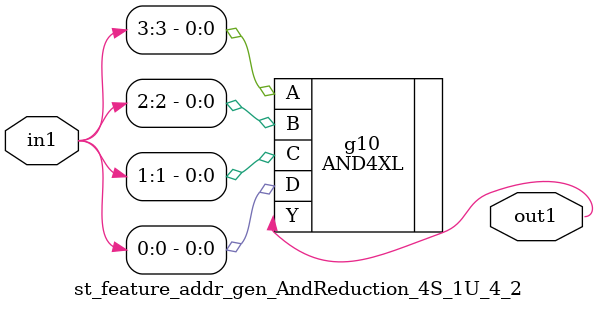
<source format=v>
`timescale 1ps / 1ps


module st_feature_addr_gen_AndReduction_4S_1U_4_2(in1, out1);
  input [3:0] in1;
  output out1;
  wire [3:0] in1;
  wire out1;
  AND4XL g10(.A (in1[3]), .B (in1[2]), .C (in1[1]), .D (in1[0]), .Y
       (out1));
endmodule



</source>
